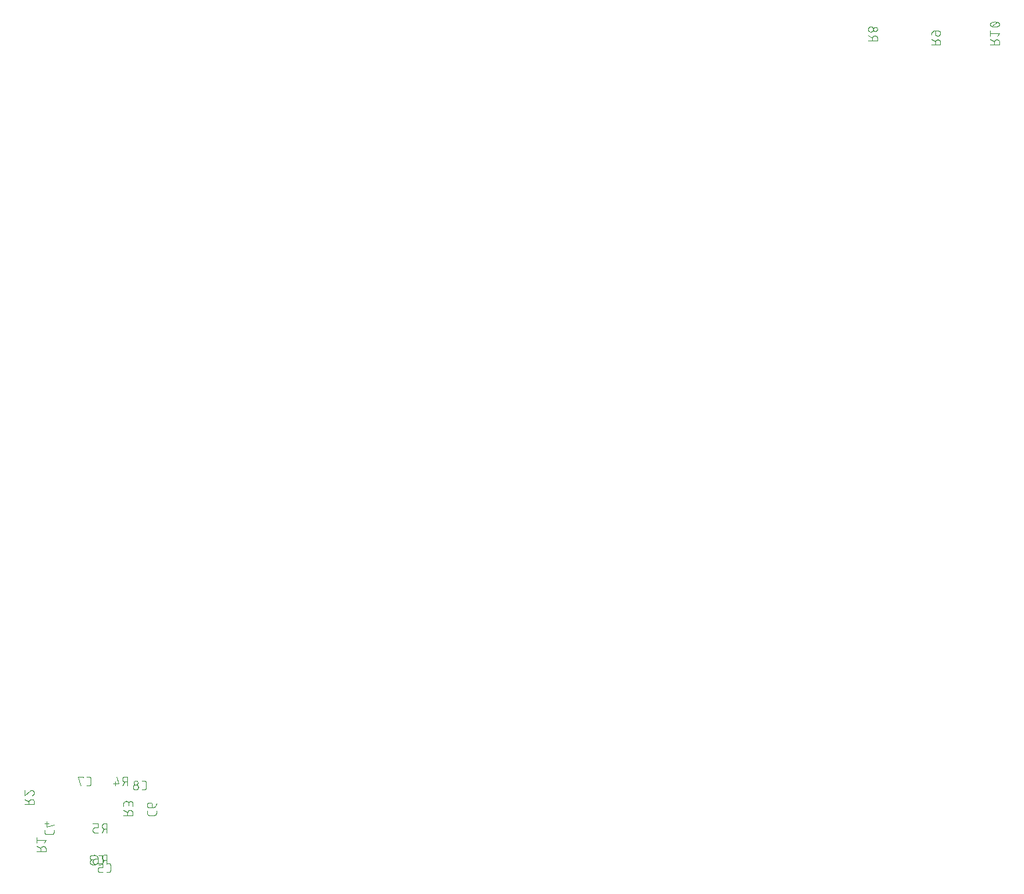
<source format=gbr>
G04 EAGLE Gerber RS-274X export*
G75*
%MOMM*%
%FSLAX34Y34*%
%LPD*%
%INSilkscreen Bottom*%
%IPPOS*%
%AMOC8*
5,1,8,0,0,1.08239X$1,22.5*%
G01*
%ADD10C,0.101600*%


D10*
X265014Y296458D02*
X267611Y296458D01*
X267710Y296460D01*
X267810Y296466D01*
X267909Y296475D01*
X268007Y296488D01*
X268105Y296505D01*
X268203Y296526D01*
X268299Y296551D01*
X268394Y296579D01*
X268488Y296611D01*
X268581Y296646D01*
X268673Y296685D01*
X268763Y296728D01*
X268851Y296773D01*
X268938Y296823D01*
X269022Y296875D01*
X269105Y296931D01*
X269185Y296989D01*
X269263Y297051D01*
X269338Y297116D01*
X269411Y297184D01*
X269481Y297254D01*
X269549Y297327D01*
X269614Y297402D01*
X269676Y297480D01*
X269734Y297560D01*
X269790Y297643D01*
X269842Y297727D01*
X269892Y297814D01*
X269937Y297902D01*
X269980Y297992D01*
X270019Y298084D01*
X270054Y298177D01*
X270086Y298271D01*
X270114Y298366D01*
X270139Y298462D01*
X270160Y298560D01*
X270177Y298658D01*
X270190Y298756D01*
X270199Y298855D01*
X270205Y298955D01*
X270207Y299054D01*
X270207Y305546D01*
X270205Y305645D01*
X270199Y305745D01*
X270190Y305844D01*
X270177Y305942D01*
X270160Y306040D01*
X270139Y306138D01*
X270114Y306234D01*
X270086Y306329D01*
X270054Y306423D01*
X270019Y306516D01*
X269980Y306608D01*
X269937Y306698D01*
X269892Y306786D01*
X269842Y306873D01*
X269790Y306957D01*
X269734Y307040D01*
X269676Y307120D01*
X269614Y307198D01*
X269549Y307273D01*
X269481Y307346D01*
X269411Y307416D01*
X269338Y307484D01*
X269263Y307549D01*
X269185Y307611D01*
X269105Y307669D01*
X269022Y307725D01*
X268938Y307777D01*
X268851Y307827D01*
X268763Y307872D01*
X268673Y307915D01*
X268581Y307954D01*
X268488Y307989D01*
X268394Y308021D01*
X268299Y308049D01*
X268203Y308074D01*
X268105Y308095D01*
X268007Y308112D01*
X267909Y308125D01*
X267810Y308134D01*
X267710Y308140D01*
X267611Y308142D01*
X265014Y308142D01*
X260649Y296458D02*
X257404Y296458D01*
X257291Y296460D01*
X257178Y296466D01*
X257065Y296476D01*
X256952Y296490D01*
X256840Y296507D01*
X256729Y296529D01*
X256619Y296554D01*
X256509Y296584D01*
X256401Y296617D01*
X256294Y296654D01*
X256188Y296694D01*
X256084Y296739D01*
X255981Y296787D01*
X255880Y296838D01*
X255781Y296893D01*
X255684Y296951D01*
X255589Y297013D01*
X255496Y297078D01*
X255406Y297146D01*
X255318Y297217D01*
X255232Y297292D01*
X255149Y297369D01*
X255069Y297449D01*
X254992Y297532D01*
X254917Y297618D01*
X254846Y297706D01*
X254778Y297796D01*
X254713Y297889D01*
X254651Y297984D01*
X254593Y298081D01*
X254538Y298180D01*
X254487Y298281D01*
X254439Y298384D01*
X254394Y298488D01*
X254354Y298594D01*
X254317Y298701D01*
X254284Y298809D01*
X254254Y298919D01*
X254229Y299029D01*
X254207Y299140D01*
X254190Y299252D01*
X254176Y299365D01*
X254166Y299478D01*
X254160Y299591D01*
X254158Y299704D01*
X254160Y299817D01*
X254166Y299930D01*
X254176Y300043D01*
X254190Y300156D01*
X254207Y300268D01*
X254229Y300379D01*
X254254Y300489D01*
X254284Y300599D01*
X254317Y300707D01*
X254354Y300814D01*
X254394Y300920D01*
X254439Y301024D01*
X254487Y301127D01*
X254538Y301228D01*
X254593Y301327D01*
X254651Y301424D01*
X254713Y301519D01*
X254778Y301612D01*
X254846Y301702D01*
X254917Y301790D01*
X254992Y301876D01*
X255069Y301959D01*
X255149Y302039D01*
X255232Y302116D01*
X255318Y302191D01*
X255406Y302262D01*
X255496Y302330D01*
X255589Y302395D01*
X255684Y302457D01*
X255781Y302515D01*
X255880Y302570D01*
X255981Y302621D01*
X256084Y302669D01*
X256188Y302714D01*
X256294Y302754D01*
X256401Y302791D01*
X256509Y302824D01*
X256619Y302854D01*
X256729Y302879D01*
X256840Y302901D01*
X256952Y302918D01*
X257065Y302932D01*
X257178Y302942D01*
X257291Y302948D01*
X257404Y302950D01*
X256754Y308142D02*
X260649Y308142D01*
X256754Y308142D02*
X256653Y308140D01*
X256553Y308134D01*
X256453Y308124D01*
X256353Y308111D01*
X256254Y308093D01*
X256155Y308072D01*
X256058Y308047D01*
X255961Y308018D01*
X255866Y307985D01*
X255772Y307949D01*
X255680Y307909D01*
X255589Y307866D01*
X255500Y307819D01*
X255413Y307769D01*
X255327Y307715D01*
X255244Y307658D01*
X255164Y307598D01*
X255085Y307535D01*
X255009Y307468D01*
X254936Y307399D01*
X254866Y307327D01*
X254798Y307253D01*
X254733Y307176D01*
X254672Y307096D01*
X254613Y307014D01*
X254558Y306930D01*
X254506Y306844D01*
X254457Y306756D01*
X254412Y306666D01*
X254370Y306574D01*
X254332Y306481D01*
X254298Y306386D01*
X254267Y306291D01*
X254240Y306194D01*
X254217Y306096D01*
X254197Y305997D01*
X254182Y305897D01*
X254170Y305797D01*
X254162Y305697D01*
X254158Y305596D01*
X254158Y305496D01*
X254162Y305395D01*
X254170Y305295D01*
X254182Y305195D01*
X254197Y305095D01*
X254217Y304996D01*
X254240Y304898D01*
X254267Y304801D01*
X254298Y304706D01*
X254332Y304611D01*
X254370Y304518D01*
X254412Y304426D01*
X254457Y304336D01*
X254506Y304248D01*
X254558Y304162D01*
X254613Y304078D01*
X254672Y303996D01*
X254733Y303916D01*
X254798Y303839D01*
X254866Y303765D01*
X254936Y303693D01*
X255009Y303624D01*
X255085Y303557D01*
X255164Y303494D01*
X255244Y303434D01*
X255327Y303377D01*
X255413Y303323D01*
X255500Y303273D01*
X255589Y303226D01*
X255680Y303183D01*
X255772Y303143D01*
X255866Y303107D01*
X255961Y303074D01*
X256058Y303045D01*
X256155Y303020D01*
X256254Y302999D01*
X256353Y302981D01*
X256453Y302968D01*
X256553Y302958D01*
X256653Y302952D01*
X256754Y302950D01*
X256754Y302949D02*
X259351Y302949D01*
X196458Y337389D02*
X196458Y339986D01*
X196458Y337389D02*
X196460Y337290D01*
X196466Y337190D01*
X196475Y337091D01*
X196488Y336993D01*
X196505Y336895D01*
X196526Y336797D01*
X196551Y336701D01*
X196579Y336606D01*
X196611Y336512D01*
X196646Y336419D01*
X196685Y336327D01*
X196728Y336237D01*
X196773Y336149D01*
X196823Y336062D01*
X196875Y335978D01*
X196931Y335895D01*
X196989Y335815D01*
X197051Y335737D01*
X197116Y335662D01*
X197184Y335589D01*
X197254Y335519D01*
X197327Y335451D01*
X197402Y335386D01*
X197480Y335324D01*
X197560Y335266D01*
X197643Y335210D01*
X197727Y335158D01*
X197814Y335108D01*
X197902Y335063D01*
X197992Y335020D01*
X198084Y334981D01*
X198177Y334946D01*
X198271Y334914D01*
X198366Y334886D01*
X198462Y334861D01*
X198560Y334840D01*
X198658Y334823D01*
X198756Y334810D01*
X198855Y334801D01*
X198955Y334795D01*
X199054Y334793D01*
X205546Y334793D01*
X205645Y334795D01*
X205745Y334801D01*
X205844Y334810D01*
X205942Y334823D01*
X206040Y334840D01*
X206138Y334861D01*
X206234Y334886D01*
X206329Y334914D01*
X206423Y334946D01*
X206516Y334981D01*
X206608Y335020D01*
X206698Y335063D01*
X206786Y335108D01*
X206873Y335158D01*
X206957Y335210D01*
X207040Y335266D01*
X207120Y335324D01*
X207198Y335386D01*
X207273Y335451D01*
X207346Y335519D01*
X207416Y335589D01*
X207484Y335662D01*
X207549Y335737D01*
X207611Y335815D01*
X207669Y335895D01*
X207725Y335978D01*
X207777Y336062D01*
X207827Y336149D01*
X207872Y336237D01*
X207915Y336327D01*
X207954Y336419D01*
X207989Y336511D01*
X208021Y336606D01*
X208049Y336701D01*
X208074Y336797D01*
X208095Y336895D01*
X208112Y336993D01*
X208125Y337091D01*
X208134Y337190D01*
X208140Y337290D01*
X208142Y337389D01*
X208142Y339986D01*
X208142Y346947D02*
X199054Y344351D01*
X199054Y350842D01*
X201651Y348895D02*
X196458Y348895D01*
X275014Y286458D02*
X277611Y286458D01*
X277710Y286460D01*
X277810Y286466D01*
X277909Y286475D01*
X278007Y286488D01*
X278105Y286505D01*
X278203Y286526D01*
X278299Y286551D01*
X278394Y286579D01*
X278488Y286611D01*
X278581Y286646D01*
X278673Y286685D01*
X278763Y286728D01*
X278851Y286773D01*
X278938Y286823D01*
X279022Y286875D01*
X279105Y286931D01*
X279185Y286989D01*
X279263Y287051D01*
X279338Y287116D01*
X279411Y287184D01*
X279481Y287254D01*
X279549Y287327D01*
X279614Y287402D01*
X279676Y287480D01*
X279734Y287560D01*
X279790Y287643D01*
X279842Y287727D01*
X279892Y287814D01*
X279937Y287902D01*
X279980Y287992D01*
X280019Y288084D01*
X280054Y288177D01*
X280086Y288271D01*
X280114Y288366D01*
X280139Y288462D01*
X280160Y288560D01*
X280177Y288658D01*
X280190Y288756D01*
X280199Y288855D01*
X280205Y288955D01*
X280207Y289054D01*
X280207Y295546D01*
X280205Y295645D01*
X280199Y295745D01*
X280190Y295844D01*
X280177Y295942D01*
X280160Y296040D01*
X280139Y296138D01*
X280114Y296234D01*
X280086Y296329D01*
X280054Y296423D01*
X280019Y296516D01*
X279980Y296608D01*
X279937Y296698D01*
X279892Y296786D01*
X279842Y296873D01*
X279790Y296957D01*
X279734Y297040D01*
X279676Y297120D01*
X279614Y297198D01*
X279549Y297273D01*
X279481Y297346D01*
X279411Y297416D01*
X279338Y297484D01*
X279263Y297549D01*
X279185Y297611D01*
X279105Y297669D01*
X279022Y297725D01*
X278938Y297777D01*
X278851Y297827D01*
X278763Y297872D01*
X278673Y297915D01*
X278581Y297954D01*
X278488Y297989D01*
X278394Y298021D01*
X278299Y298049D01*
X278203Y298074D01*
X278105Y298095D01*
X278007Y298112D01*
X277909Y298125D01*
X277810Y298134D01*
X277710Y298140D01*
X277611Y298142D01*
X275014Y298142D01*
X270649Y286458D02*
X266754Y286458D01*
X266655Y286460D01*
X266555Y286466D01*
X266456Y286475D01*
X266358Y286488D01*
X266260Y286505D01*
X266162Y286526D01*
X266066Y286551D01*
X265971Y286579D01*
X265877Y286611D01*
X265784Y286646D01*
X265692Y286685D01*
X265602Y286728D01*
X265514Y286773D01*
X265427Y286823D01*
X265343Y286875D01*
X265260Y286931D01*
X265180Y286989D01*
X265102Y287051D01*
X265027Y287116D01*
X264954Y287184D01*
X264884Y287254D01*
X264816Y287327D01*
X264751Y287402D01*
X264689Y287480D01*
X264631Y287560D01*
X264575Y287643D01*
X264523Y287727D01*
X264473Y287814D01*
X264428Y287902D01*
X264385Y287992D01*
X264346Y288084D01*
X264311Y288177D01*
X264279Y288271D01*
X264251Y288366D01*
X264226Y288462D01*
X264205Y288560D01*
X264188Y288658D01*
X264175Y288756D01*
X264166Y288855D01*
X264160Y288955D01*
X264158Y289054D01*
X264158Y290353D01*
X264160Y290452D01*
X264166Y290552D01*
X264175Y290651D01*
X264188Y290749D01*
X264205Y290847D01*
X264226Y290945D01*
X264251Y291041D01*
X264279Y291136D01*
X264311Y291230D01*
X264346Y291323D01*
X264385Y291415D01*
X264428Y291505D01*
X264473Y291593D01*
X264523Y291680D01*
X264575Y291764D01*
X264631Y291847D01*
X264689Y291927D01*
X264751Y292005D01*
X264816Y292080D01*
X264884Y292153D01*
X264954Y292223D01*
X265027Y292291D01*
X265102Y292356D01*
X265180Y292418D01*
X265260Y292476D01*
X265343Y292532D01*
X265427Y292584D01*
X265514Y292634D01*
X265602Y292679D01*
X265692Y292722D01*
X265784Y292761D01*
X265877Y292796D01*
X265971Y292828D01*
X266066Y292856D01*
X266162Y292881D01*
X266260Y292902D01*
X266358Y292919D01*
X266456Y292932D01*
X266555Y292941D01*
X266655Y292947D01*
X266754Y292949D01*
X270649Y292949D01*
X270649Y298142D01*
X264158Y298142D01*
X326858Y361754D02*
X326858Y364351D01*
X326858Y361754D02*
X326860Y361655D01*
X326866Y361555D01*
X326875Y361456D01*
X326888Y361358D01*
X326905Y361260D01*
X326926Y361162D01*
X326951Y361066D01*
X326979Y360971D01*
X327011Y360877D01*
X327046Y360784D01*
X327085Y360692D01*
X327128Y360602D01*
X327173Y360514D01*
X327223Y360427D01*
X327275Y360343D01*
X327331Y360260D01*
X327389Y360180D01*
X327451Y360102D01*
X327516Y360027D01*
X327584Y359954D01*
X327654Y359884D01*
X327727Y359816D01*
X327802Y359751D01*
X327880Y359689D01*
X327960Y359631D01*
X328043Y359575D01*
X328127Y359523D01*
X328214Y359473D01*
X328302Y359428D01*
X328392Y359385D01*
X328484Y359346D01*
X328577Y359311D01*
X328671Y359279D01*
X328766Y359251D01*
X328862Y359226D01*
X328960Y359205D01*
X329058Y359188D01*
X329156Y359175D01*
X329255Y359166D01*
X329355Y359160D01*
X329454Y359158D01*
X335946Y359158D01*
X336045Y359160D01*
X336145Y359166D01*
X336244Y359175D01*
X336342Y359188D01*
X336440Y359205D01*
X336538Y359226D01*
X336634Y359251D01*
X336729Y359279D01*
X336823Y359311D01*
X336916Y359346D01*
X337008Y359385D01*
X337098Y359428D01*
X337186Y359473D01*
X337273Y359523D01*
X337357Y359575D01*
X337440Y359631D01*
X337520Y359689D01*
X337598Y359751D01*
X337673Y359816D01*
X337746Y359884D01*
X337816Y359954D01*
X337884Y360027D01*
X337949Y360102D01*
X338011Y360180D01*
X338069Y360260D01*
X338125Y360343D01*
X338177Y360427D01*
X338227Y360514D01*
X338272Y360602D01*
X338315Y360692D01*
X338354Y360784D01*
X338389Y360876D01*
X338421Y360971D01*
X338449Y361066D01*
X338474Y361162D01*
X338495Y361260D01*
X338512Y361358D01*
X338525Y361456D01*
X338534Y361555D01*
X338540Y361655D01*
X338542Y361754D01*
X338542Y364351D01*
X333349Y368716D02*
X333349Y372611D01*
X333347Y372710D01*
X333341Y372810D01*
X333332Y372909D01*
X333319Y373007D01*
X333302Y373105D01*
X333281Y373203D01*
X333256Y373299D01*
X333228Y373394D01*
X333196Y373488D01*
X333161Y373581D01*
X333122Y373673D01*
X333079Y373763D01*
X333034Y373851D01*
X332984Y373938D01*
X332932Y374022D01*
X332876Y374105D01*
X332818Y374185D01*
X332756Y374263D01*
X332691Y374338D01*
X332623Y374411D01*
X332553Y374481D01*
X332480Y374549D01*
X332405Y374614D01*
X332327Y374676D01*
X332247Y374734D01*
X332164Y374790D01*
X332080Y374842D01*
X331993Y374892D01*
X331905Y374937D01*
X331815Y374980D01*
X331723Y375019D01*
X331630Y375054D01*
X331536Y375086D01*
X331441Y375114D01*
X331345Y375139D01*
X331247Y375160D01*
X331149Y375177D01*
X331051Y375190D01*
X330952Y375199D01*
X330852Y375205D01*
X330753Y375207D01*
X330104Y375207D01*
X330104Y375208D02*
X329991Y375206D01*
X329878Y375200D01*
X329765Y375190D01*
X329652Y375176D01*
X329540Y375159D01*
X329429Y375137D01*
X329319Y375112D01*
X329209Y375082D01*
X329101Y375049D01*
X328994Y375012D01*
X328888Y374972D01*
X328784Y374927D01*
X328681Y374879D01*
X328580Y374828D01*
X328481Y374773D01*
X328384Y374715D01*
X328289Y374653D01*
X328196Y374588D01*
X328106Y374520D01*
X328018Y374449D01*
X327932Y374374D01*
X327849Y374297D01*
X327769Y374217D01*
X327692Y374134D01*
X327617Y374048D01*
X327546Y373960D01*
X327478Y373870D01*
X327413Y373777D01*
X327351Y373682D01*
X327293Y373585D01*
X327238Y373486D01*
X327187Y373385D01*
X327139Y373282D01*
X327094Y373178D01*
X327054Y373072D01*
X327017Y372965D01*
X326984Y372857D01*
X326954Y372747D01*
X326929Y372637D01*
X326907Y372526D01*
X326890Y372414D01*
X326876Y372301D01*
X326866Y372188D01*
X326860Y372075D01*
X326858Y371962D01*
X326860Y371849D01*
X326866Y371736D01*
X326876Y371623D01*
X326890Y371510D01*
X326907Y371398D01*
X326929Y371287D01*
X326954Y371177D01*
X326984Y371067D01*
X327017Y370959D01*
X327054Y370852D01*
X327094Y370746D01*
X327139Y370642D01*
X327187Y370539D01*
X327238Y370438D01*
X327293Y370339D01*
X327351Y370242D01*
X327413Y370147D01*
X327478Y370054D01*
X327546Y369964D01*
X327617Y369876D01*
X327692Y369790D01*
X327769Y369707D01*
X327849Y369627D01*
X327932Y369550D01*
X328018Y369475D01*
X328106Y369404D01*
X328196Y369336D01*
X328289Y369271D01*
X328384Y369209D01*
X328481Y369151D01*
X328580Y369096D01*
X328681Y369045D01*
X328784Y368997D01*
X328888Y368952D01*
X328994Y368912D01*
X329101Y368875D01*
X329209Y368842D01*
X329319Y368812D01*
X329429Y368787D01*
X329540Y368765D01*
X329652Y368748D01*
X329765Y368734D01*
X329878Y368724D01*
X329991Y368718D01*
X330104Y368716D01*
X333349Y368716D01*
X333492Y368718D01*
X333635Y368724D01*
X333778Y368734D01*
X333920Y368748D01*
X334062Y368765D01*
X334204Y368787D01*
X334345Y368812D01*
X334485Y368842D01*
X334624Y368875D01*
X334762Y368912D01*
X334899Y368953D01*
X335035Y368997D01*
X335170Y369046D01*
X335303Y369098D01*
X335435Y369153D01*
X335565Y369213D01*
X335694Y369276D01*
X335821Y369342D01*
X335945Y369412D01*
X336068Y369485D01*
X336189Y369562D01*
X336308Y369642D01*
X336424Y369725D01*
X336539Y369811D01*
X336650Y369900D01*
X336760Y369993D01*
X336866Y370088D01*
X336970Y370187D01*
X337071Y370288D01*
X337170Y370392D01*
X337265Y370498D01*
X337358Y370608D01*
X337447Y370719D01*
X337533Y370834D01*
X337616Y370950D01*
X337696Y371069D01*
X337773Y371190D01*
X337846Y371312D01*
X337916Y371437D01*
X337982Y371564D01*
X338045Y371693D01*
X338105Y371823D01*
X338160Y371955D01*
X338212Y372088D01*
X338261Y372223D01*
X338305Y372359D01*
X338346Y372496D01*
X338383Y372634D01*
X338416Y372773D01*
X338446Y372913D01*
X338471Y373054D01*
X338493Y373196D01*
X338510Y373338D01*
X338524Y373480D01*
X338534Y373623D01*
X338540Y373766D01*
X338542Y373909D01*
X252611Y396458D02*
X250014Y396458D01*
X252611Y396458D02*
X252710Y396460D01*
X252810Y396466D01*
X252909Y396475D01*
X253007Y396488D01*
X253105Y396505D01*
X253203Y396526D01*
X253299Y396551D01*
X253394Y396579D01*
X253488Y396611D01*
X253581Y396646D01*
X253673Y396685D01*
X253763Y396728D01*
X253851Y396773D01*
X253938Y396823D01*
X254022Y396875D01*
X254105Y396931D01*
X254185Y396989D01*
X254263Y397051D01*
X254338Y397116D01*
X254411Y397184D01*
X254481Y397254D01*
X254549Y397327D01*
X254614Y397402D01*
X254676Y397480D01*
X254734Y397560D01*
X254790Y397643D01*
X254842Y397727D01*
X254892Y397814D01*
X254937Y397902D01*
X254980Y397992D01*
X255019Y398084D01*
X255054Y398177D01*
X255086Y398271D01*
X255114Y398366D01*
X255139Y398462D01*
X255160Y398560D01*
X255177Y398658D01*
X255190Y398756D01*
X255199Y398855D01*
X255205Y398955D01*
X255207Y399054D01*
X255207Y405546D01*
X255205Y405645D01*
X255199Y405745D01*
X255190Y405844D01*
X255177Y405942D01*
X255160Y406040D01*
X255139Y406138D01*
X255114Y406234D01*
X255086Y406329D01*
X255054Y406423D01*
X255019Y406516D01*
X254980Y406608D01*
X254937Y406698D01*
X254892Y406786D01*
X254842Y406873D01*
X254790Y406957D01*
X254734Y407040D01*
X254676Y407120D01*
X254614Y407198D01*
X254549Y407273D01*
X254481Y407346D01*
X254411Y407416D01*
X254338Y407484D01*
X254263Y407549D01*
X254185Y407611D01*
X254105Y407669D01*
X254022Y407725D01*
X253938Y407777D01*
X253851Y407827D01*
X253763Y407872D01*
X253673Y407915D01*
X253581Y407954D01*
X253488Y407989D01*
X253394Y408021D01*
X253299Y408049D01*
X253203Y408074D01*
X253105Y408095D01*
X253007Y408112D01*
X252909Y408125D01*
X252810Y408134D01*
X252710Y408140D01*
X252611Y408142D01*
X250014Y408142D01*
X245649Y408142D02*
X245649Y406844D01*
X245649Y408142D02*
X239158Y408142D01*
X242404Y396458D01*
X320014Y391458D02*
X322611Y391458D01*
X322710Y391460D01*
X322810Y391466D01*
X322909Y391475D01*
X323007Y391488D01*
X323105Y391505D01*
X323203Y391526D01*
X323299Y391551D01*
X323394Y391579D01*
X323488Y391611D01*
X323581Y391646D01*
X323673Y391685D01*
X323763Y391728D01*
X323851Y391773D01*
X323938Y391823D01*
X324022Y391875D01*
X324105Y391931D01*
X324185Y391989D01*
X324263Y392051D01*
X324338Y392116D01*
X324411Y392184D01*
X324481Y392254D01*
X324549Y392327D01*
X324614Y392402D01*
X324676Y392480D01*
X324734Y392560D01*
X324790Y392643D01*
X324842Y392727D01*
X324892Y392814D01*
X324937Y392902D01*
X324980Y392992D01*
X325019Y393084D01*
X325054Y393177D01*
X325086Y393271D01*
X325114Y393366D01*
X325139Y393462D01*
X325160Y393560D01*
X325177Y393658D01*
X325190Y393756D01*
X325199Y393855D01*
X325205Y393955D01*
X325207Y394054D01*
X325207Y400546D01*
X325205Y400645D01*
X325199Y400745D01*
X325190Y400844D01*
X325177Y400942D01*
X325160Y401040D01*
X325139Y401138D01*
X325114Y401234D01*
X325086Y401329D01*
X325054Y401423D01*
X325019Y401516D01*
X324980Y401608D01*
X324937Y401698D01*
X324892Y401786D01*
X324842Y401873D01*
X324790Y401957D01*
X324734Y402040D01*
X324676Y402120D01*
X324614Y402198D01*
X324549Y402273D01*
X324481Y402346D01*
X324411Y402416D01*
X324338Y402484D01*
X324263Y402549D01*
X324185Y402611D01*
X324105Y402669D01*
X324022Y402725D01*
X323938Y402777D01*
X323851Y402827D01*
X323763Y402872D01*
X323673Y402915D01*
X323581Y402954D01*
X323488Y402989D01*
X323394Y403021D01*
X323299Y403049D01*
X323203Y403074D01*
X323105Y403095D01*
X323007Y403112D01*
X322909Y403125D01*
X322810Y403134D01*
X322710Y403140D01*
X322611Y403142D01*
X320014Y403142D01*
X315650Y394704D02*
X315648Y394817D01*
X315642Y394930D01*
X315632Y395043D01*
X315618Y395156D01*
X315601Y395268D01*
X315579Y395379D01*
X315554Y395489D01*
X315524Y395599D01*
X315491Y395707D01*
X315454Y395814D01*
X315414Y395920D01*
X315369Y396024D01*
X315321Y396127D01*
X315270Y396228D01*
X315215Y396327D01*
X315157Y396424D01*
X315095Y396519D01*
X315030Y396612D01*
X314962Y396702D01*
X314891Y396790D01*
X314816Y396876D01*
X314739Y396959D01*
X314659Y397039D01*
X314576Y397116D01*
X314490Y397191D01*
X314402Y397262D01*
X314312Y397330D01*
X314219Y397395D01*
X314124Y397457D01*
X314027Y397515D01*
X313928Y397570D01*
X313827Y397621D01*
X313724Y397669D01*
X313620Y397714D01*
X313514Y397754D01*
X313407Y397791D01*
X313299Y397824D01*
X313189Y397854D01*
X313079Y397879D01*
X312968Y397901D01*
X312856Y397918D01*
X312743Y397932D01*
X312630Y397942D01*
X312517Y397948D01*
X312404Y397950D01*
X312291Y397948D01*
X312178Y397942D01*
X312065Y397932D01*
X311952Y397918D01*
X311840Y397901D01*
X311729Y397879D01*
X311619Y397854D01*
X311509Y397824D01*
X311401Y397791D01*
X311294Y397754D01*
X311188Y397714D01*
X311084Y397669D01*
X310981Y397621D01*
X310880Y397570D01*
X310781Y397515D01*
X310684Y397457D01*
X310589Y397395D01*
X310496Y397330D01*
X310406Y397262D01*
X310318Y397191D01*
X310232Y397116D01*
X310149Y397039D01*
X310069Y396959D01*
X309992Y396876D01*
X309917Y396790D01*
X309846Y396702D01*
X309778Y396612D01*
X309713Y396519D01*
X309651Y396424D01*
X309593Y396327D01*
X309538Y396228D01*
X309487Y396127D01*
X309439Y396024D01*
X309394Y395920D01*
X309354Y395814D01*
X309317Y395707D01*
X309284Y395599D01*
X309254Y395489D01*
X309229Y395379D01*
X309207Y395268D01*
X309190Y395156D01*
X309176Y395043D01*
X309166Y394930D01*
X309160Y394817D01*
X309158Y394704D01*
X309160Y394591D01*
X309166Y394478D01*
X309176Y394365D01*
X309190Y394252D01*
X309207Y394140D01*
X309229Y394029D01*
X309254Y393919D01*
X309284Y393809D01*
X309317Y393701D01*
X309354Y393594D01*
X309394Y393488D01*
X309439Y393384D01*
X309487Y393281D01*
X309538Y393180D01*
X309593Y393081D01*
X309651Y392984D01*
X309713Y392889D01*
X309778Y392796D01*
X309846Y392706D01*
X309917Y392618D01*
X309992Y392532D01*
X310069Y392449D01*
X310149Y392369D01*
X310232Y392292D01*
X310318Y392217D01*
X310406Y392146D01*
X310496Y392078D01*
X310589Y392013D01*
X310684Y391951D01*
X310781Y391893D01*
X310880Y391838D01*
X310981Y391787D01*
X311084Y391739D01*
X311188Y391694D01*
X311294Y391654D01*
X311401Y391617D01*
X311509Y391584D01*
X311619Y391554D01*
X311729Y391529D01*
X311840Y391507D01*
X311952Y391490D01*
X312065Y391476D01*
X312178Y391466D01*
X312291Y391460D01*
X312404Y391458D01*
X312517Y391460D01*
X312630Y391466D01*
X312743Y391476D01*
X312856Y391490D01*
X312968Y391507D01*
X313079Y391529D01*
X313189Y391554D01*
X313299Y391584D01*
X313407Y391617D01*
X313514Y391654D01*
X313620Y391694D01*
X313724Y391739D01*
X313827Y391787D01*
X313928Y391838D01*
X314027Y391893D01*
X314124Y391951D01*
X314219Y392013D01*
X314312Y392078D01*
X314402Y392146D01*
X314490Y392217D01*
X314576Y392292D01*
X314659Y392369D01*
X314739Y392449D01*
X314816Y392532D01*
X314891Y392618D01*
X314962Y392706D01*
X315030Y392796D01*
X315095Y392889D01*
X315157Y392984D01*
X315215Y393081D01*
X315270Y393180D01*
X315321Y393281D01*
X315369Y393384D01*
X315414Y393488D01*
X315454Y393594D01*
X315491Y393701D01*
X315524Y393809D01*
X315554Y393919D01*
X315579Y394029D01*
X315601Y394140D01*
X315618Y394252D01*
X315632Y394365D01*
X315642Y394478D01*
X315648Y394591D01*
X315650Y394704D01*
X315000Y400546D02*
X314998Y400647D01*
X314992Y400747D01*
X314982Y400847D01*
X314969Y400947D01*
X314951Y401046D01*
X314930Y401145D01*
X314905Y401242D01*
X314876Y401339D01*
X314843Y401434D01*
X314807Y401528D01*
X314767Y401620D01*
X314724Y401711D01*
X314677Y401800D01*
X314627Y401887D01*
X314573Y401973D01*
X314516Y402056D01*
X314456Y402136D01*
X314393Y402215D01*
X314326Y402291D01*
X314257Y402364D01*
X314185Y402434D01*
X314111Y402502D01*
X314034Y402567D01*
X313954Y402628D01*
X313872Y402687D01*
X313788Y402742D01*
X313702Y402794D01*
X313614Y402843D01*
X313524Y402888D01*
X313432Y402930D01*
X313339Y402968D01*
X313244Y403002D01*
X313149Y403033D01*
X313052Y403060D01*
X312954Y403083D01*
X312855Y403103D01*
X312755Y403118D01*
X312655Y403130D01*
X312555Y403138D01*
X312454Y403142D01*
X312354Y403142D01*
X312253Y403138D01*
X312153Y403130D01*
X312053Y403118D01*
X311953Y403103D01*
X311854Y403083D01*
X311756Y403060D01*
X311659Y403033D01*
X311564Y403002D01*
X311469Y402968D01*
X311376Y402930D01*
X311284Y402888D01*
X311194Y402843D01*
X311106Y402794D01*
X311020Y402742D01*
X310936Y402687D01*
X310854Y402628D01*
X310774Y402567D01*
X310697Y402502D01*
X310623Y402434D01*
X310551Y402364D01*
X310482Y402291D01*
X310415Y402215D01*
X310352Y402136D01*
X310292Y402056D01*
X310235Y401973D01*
X310181Y401887D01*
X310131Y401800D01*
X310084Y401711D01*
X310041Y401620D01*
X310001Y401528D01*
X309965Y401434D01*
X309932Y401339D01*
X309903Y401242D01*
X309878Y401145D01*
X309857Y401046D01*
X309839Y400947D01*
X309826Y400847D01*
X309816Y400747D01*
X309810Y400647D01*
X309808Y400546D01*
X309810Y400445D01*
X309816Y400345D01*
X309826Y400245D01*
X309839Y400145D01*
X309857Y400046D01*
X309878Y399947D01*
X309903Y399850D01*
X309932Y399753D01*
X309965Y399658D01*
X310001Y399564D01*
X310041Y399472D01*
X310084Y399381D01*
X310131Y399292D01*
X310181Y399205D01*
X310235Y399119D01*
X310292Y399036D01*
X310352Y398956D01*
X310415Y398877D01*
X310482Y398801D01*
X310551Y398728D01*
X310623Y398658D01*
X310697Y398590D01*
X310774Y398525D01*
X310854Y398464D01*
X310936Y398405D01*
X311020Y398350D01*
X311106Y398298D01*
X311194Y398249D01*
X311284Y398204D01*
X311376Y398162D01*
X311469Y398124D01*
X311564Y398090D01*
X311659Y398059D01*
X311756Y398032D01*
X311854Y398009D01*
X311953Y397989D01*
X312053Y397974D01*
X312153Y397962D01*
X312253Y397954D01*
X312354Y397950D01*
X312454Y397950D01*
X312555Y397954D01*
X312655Y397962D01*
X312755Y397974D01*
X312855Y397989D01*
X312954Y398009D01*
X313052Y398032D01*
X313149Y398059D01*
X313244Y398090D01*
X313339Y398124D01*
X313432Y398162D01*
X313524Y398204D01*
X313614Y398249D01*
X313702Y398298D01*
X313788Y398350D01*
X313872Y398405D01*
X313954Y398464D01*
X314034Y398525D01*
X314111Y398590D01*
X314185Y398658D01*
X314257Y398728D01*
X314326Y398801D01*
X314393Y398877D01*
X314456Y398956D01*
X314516Y399036D01*
X314573Y399119D01*
X314627Y399205D01*
X314677Y399292D01*
X314724Y399381D01*
X314767Y399472D01*
X314807Y399564D01*
X314843Y399658D01*
X314876Y399753D01*
X314905Y399850D01*
X314930Y399947D01*
X314951Y400046D01*
X314969Y400145D01*
X314982Y400245D01*
X314992Y400345D01*
X314998Y400445D01*
X315000Y400546D01*
X198142Y312995D02*
X186458Y312995D01*
X198142Y312995D02*
X198142Y316240D01*
X198140Y316353D01*
X198134Y316466D01*
X198124Y316579D01*
X198110Y316692D01*
X198093Y316804D01*
X198071Y316915D01*
X198046Y317025D01*
X198016Y317135D01*
X197983Y317243D01*
X197946Y317350D01*
X197906Y317456D01*
X197861Y317560D01*
X197813Y317663D01*
X197762Y317764D01*
X197707Y317863D01*
X197649Y317960D01*
X197587Y318055D01*
X197522Y318148D01*
X197454Y318238D01*
X197383Y318326D01*
X197308Y318412D01*
X197231Y318495D01*
X197151Y318575D01*
X197068Y318652D01*
X196982Y318727D01*
X196894Y318798D01*
X196804Y318866D01*
X196711Y318931D01*
X196616Y318993D01*
X196519Y319051D01*
X196420Y319106D01*
X196319Y319157D01*
X196216Y319205D01*
X196112Y319250D01*
X196006Y319290D01*
X195899Y319327D01*
X195791Y319360D01*
X195681Y319390D01*
X195571Y319415D01*
X195460Y319437D01*
X195348Y319454D01*
X195235Y319468D01*
X195122Y319478D01*
X195009Y319484D01*
X194896Y319486D01*
X194783Y319484D01*
X194670Y319478D01*
X194557Y319468D01*
X194444Y319454D01*
X194332Y319437D01*
X194221Y319415D01*
X194111Y319390D01*
X194001Y319360D01*
X193893Y319327D01*
X193786Y319290D01*
X193680Y319250D01*
X193576Y319205D01*
X193473Y319157D01*
X193372Y319106D01*
X193273Y319051D01*
X193176Y318993D01*
X193081Y318931D01*
X192988Y318866D01*
X192898Y318798D01*
X192810Y318727D01*
X192724Y318652D01*
X192641Y318575D01*
X192561Y318495D01*
X192484Y318412D01*
X192409Y318326D01*
X192338Y318238D01*
X192270Y318148D01*
X192205Y318055D01*
X192143Y317960D01*
X192085Y317863D01*
X192030Y317764D01*
X191979Y317663D01*
X191931Y317560D01*
X191886Y317456D01*
X191846Y317350D01*
X191809Y317243D01*
X191776Y317135D01*
X191746Y317025D01*
X191721Y316915D01*
X191699Y316804D01*
X191682Y316692D01*
X191668Y316579D01*
X191658Y316466D01*
X191652Y316353D01*
X191650Y316240D01*
X191651Y316240D02*
X191651Y312995D01*
X191651Y316889D02*
X186458Y319486D01*
X195546Y324351D02*
X198142Y327596D01*
X186458Y327596D01*
X186458Y324351D02*
X186458Y330842D01*
X1398208Y1339158D02*
X1409892Y1339158D01*
X1409892Y1342404D01*
X1409890Y1342517D01*
X1409884Y1342630D01*
X1409874Y1342743D01*
X1409860Y1342856D01*
X1409843Y1342968D01*
X1409821Y1343079D01*
X1409796Y1343189D01*
X1409766Y1343299D01*
X1409733Y1343407D01*
X1409696Y1343514D01*
X1409656Y1343620D01*
X1409611Y1343724D01*
X1409563Y1343827D01*
X1409512Y1343928D01*
X1409457Y1344027D01*
X1409399Y1344124D01*
X1409337Y1344219D01*
X1409272Y1344312D01*
X1409204Y1344402D01*
X1409133Y1344490D01*
X1409058Y1344576D01*
X1408981Y1344659D01*
X1408901Y1344739D01*
X1408818Y1344816D01*
X1408732Y1344891D01*
X1408644Y1344962D01*
X1408554Y1345030D01*
X1408461Y1345095D01*
X1408366Y1345157D01*
X1408269Y1345215D01*
X1408170Y1345270D01*
X1408069Y1345321D01*
X1407966Y1345369D01*
X1407862Y1345414D01*
X1407756Y1345454D01*
X1407649Y1345491D01*
X1407541Y1345524D01*
X1407431Y1345554D01*
X1407321Y1345579D01*
X1407210Y1345601D01*
X1407098Y1345618D01*
X1406985Y1345632D01*
X1406872Y1345642D01*
X1406759Y1345648D01*
X1406646Y1345650D01*
X1406533Y1345648D01*
X1406420Y1345642D01*
X1406307Y1345632D01*
X1406194Y1345618D01*
X1406082Y1345601D01*
X1405971Y1345579D01*
X1405861Y1345554D01*
X1405751Y1345524D01*
X1405643Y1345491D01*
X1405536Y1345454D01*
X1405430Y1345414D01*
X1405326Y1345369D01*
X1405223Y1345321D01*
X1405122Y1345270D01*
X1405023Y1345215D01*
X1404926Y1345157D01*
X1404831Y1345095D01*
X1404738Y1345030D01*
X1404648Y1344962D01*
X1404560Y1344891D01*
X1404474Y1344816D01*
X1404391Y1344739D01*
X1404311Y1344659D01*
X1404234Y1344576D01*
X1404159Y1344490D01*
X1404088Y1344402D01*
X1404020Y1344312D01*
X1403955Y1344219D01*
X1403893Y1344124D01*
X1403835Y1344027D01*
X1403780Y1343928D01*
X1403729Y1343827D01*
X1403681Y1343724D01*
X1403636Y1343620D01*
X1403596Y1343514D01*
X1403559Y1343407D01*
X1403526Y1343299D01*
X1403496Y1343189D01*
X1403471Y1343079D01*
X1403449Y1342968D01*
X1403432Y1342856D01*
X1403418Y1342743D01*
X1403408Y1342630D01*
X1403402Y1342517D01*
X1403400Y1342404D01*
X1403401Y1342404D02*
X1403401Y1339158D01*
X1403401Y1343053D02*
X1398208Y1345649D01*
X1407296Y1350514D02*
X1409892Y1353760D01*
X1398208Y1353760D01*
X1398208Y1357005D02*
X1398208Y1350514D01*
X1404050Y1361945D02*
X1404280Y1361948D01*
X1404510Y1361956D01*
X1404739Y1361970D01*
X1404968Y1361989D01*
X1405197Y1362014D01*
X1405424Y1362044D01*
X1405652Y1362079D01*
X1405878Y1362120D01*
X1406103Y1362166D01*
X1406327Y1362218D01*
X1406549Y1362275D01*
X1406771Y1362337D01*
X1406990Y1362405D01*
X1407208Y1362478D01*
X1407425Y1362556D01*
X1407639Y1362639D01*
X1407851Y1362727D01*
X1408061Y1362820D01*
X1408269Y1362919D01*
X1408269Y1362918D02*
X1408359Y1362951D01*
X1408448Y1362987D01*
X1408536Y1363027D01*
X1408621Y1363071D01*
X1408705Y1363118D01*
X1408787Y1363168D01*
X1408867Y1363222D01*
X1408944Y1363278D01*
X1409020Y1363338D01*
X1409093Y1363401D01*
X1409163Y1363466D01*
X1409231Y1363535D01*
X1409295Y1363606D01*
X1409357Y1363679D01*
X1409416Y1363755D01*
X1409472Y1363833D01*
X1409525Y1363914D01*
X1409574Y1363996D01*
X1409620Y1364080D01*
X1409663Y1364167D01*
X1409702Y1364254D01*
X1409738Y1364344D01*
X1409770Y1364434D01*
X1409798Y1364526D01*
X1409823Y1364619D01*
X1409844Y1364713D01*
X1409861Y1364807D01*
X1409875Y1364902D01*
X1409884Y1364998D01*
X1409890Y1365094D01*
X1409892Y1365190D01*
X1409890Y1365286D01*
X1409884Y1365382D01*
X1409875Y1365478D01*
X1409861Y1365573D01*
X1409844Y1365667D01*
X1409823Y1365761D01*
X1409798Y1365854D01*
X1409770Y1365946D01*
X1409738Y1366036D01*
X1409702Y1366126D01*
X1409663Y1366213D01*
X1409620Y1366300D01*
X1409574Y1366384D01*
X1409525Y1366466D01*
X1409472Y1366547D01*
X1409416Y1366625D01*
X1409357Y1366701D01*
X1409295Y1366774D01*
X1409231Y1366845D01*
X1409163Y1366914D01*
X1409093Y1366979D01*
X1409020Y1367042D01*
X1408944Y1367102D01*
X1408867Y1367158D01*
X1408787Y1367212D01*
X1408705Y1367262D01*
X1408621Y1367309D01*
X1408536Y1367353D01*
X1408448Y1367393D01*
X1408359Y1367429D01*
X1408269Y1367462D01*
X1408062Y1367561D01*
X1407852Y1367654D01*
X1407639Y1367742D01*
X1407425Y1367825D01*
X1407209Y1367903D01*
X1406991Y1367976D01*
X1406771Y1368044D01*
X1406550Y1368106D01*
X1406327Y1368163D01*
X1406103Y1368215D01*
X1405878Y1368261D01*
X1405652Y1368302D01*
X1405425Y1368337D01*
X1405197Y1368367D01*
X1404968Y1368392D01*
X1404739Y1368411D01*
X1404510Y1368425D01*
X1404280Y1368433D01*
X1404050Y1368436D01*
X1404050Y1361944D02*
X1403820Y1361947D01*
X1403590Y1361955D01*
X1403361Y1361969D01*
X1403132Y1361988D01*
X1402903Y1362013D01*
X1402675Y1362043D01*
X1402448Y1362078D01*
X1402222Y1362119D01*
X1401997Y1362165D01*
X1401773Y1362217D01*
X1401550Y1362274D01*
X1401329Y1362336D01*
X1401109Y1362404D01*
X1400891Y1362477D01*
X1400675Y1362555D01*
X1400461Y1362638D01*
X1400249Y1362726D01*
X1400038Y1362819D01*
X1399831Y1362918D01*
X1399741Y1362951D01*
X1399652Y1362987D01*
X1399564Y1363028D01*
X1399479Y1363071D01*
X1399395Y1363118D01*
X1399313Y1363168D01*
X1399233Y1363222D01*
X1399156Y1363278D01*
X1399080Y1363338D01*
X1399007Y1363401D01*
X1398937Y1363466D01*
X1398869Y1363535D01*
X1398805Y1363606D01*
X1398743Y1363679D01*
X1398684Y1363755D01*
X1398628Y1363833D01*
X1398575Y1363914D01*
X1398526Y1363996D01*
X1398480Y1364080D01*
X1398437Y1364167D01*
X1398398Y1364254D01*
X1398362Y1364344D01*
X1398330Y1364434D01*
X1398302Y1364526D01*
X1398277Y1364619D01*
X1398256Y1364713D01*
X1398239Y1364807D01*
X1398225Y1364902D01*
X1398216Y1364998D01*
X1398210Y1365094D01*
X1398208Y1365190D01*
X1399831Y1367462D02*
X1400038Y1367561D01*
X1400249Y1367654D01*
X1400461Y1367742D01*
X1400675Y1367825D01*
X1400891Y1367903D01*
X1401109Y1367976D01*
X1401329Y1368044D01*
X1401550Y1368106D01*
X1401773Y1368163D01*
X1401997Y1368215D01*
X1402222Y1368261D01*
X1402448Y1368302D01*
X1402675Y1368337D01*
X1402903Y1368367D01*
X1403132Y1368392D01*
X1403361Y1368411D01*
X1403590Y1368425D01*
X1403820Y1368433D01*
X1404050Y1368436D01*
X1399831Y1367462D02*
X1399741Y1367429D01*
X1399652Y1367393D01*
X1399564Y1367353D01*
X1399479Y1367309D01*
X1399395Y1367262D01*
X1399313Y1367212D01*
X1399233Y1367158D01*
X1399156Y1367102D01*
X1399080Y1367042D01*
X1399007Y1366979D01*
X1398937Y1366914D01*
X1398869Y1366845D01*
X1398805Y1366774D01*
X1398743Y1366701D01*
X1398684Y1366625D01*
X1398628Y1366547D01*
X1398575Y1366466D01*
X1398526Y1366384D01*
X1398480Y1366300D01*
X1398437Y1366213D01*
X1398398Y1366126D01*
X1398362Y1366036D01*
X1398330Y1365946D01*
X1398302Y1365854D01*
X1398277Y1365761D01*
X1398256Y1365667D01*
X1398239Y1365573D01*
X1398225Y1365478D01*
X1398216Y1365382D01*
X1398210Y1365286D01*
X1398208Y1365190D01*
X1400804Y1362593D02*
X1407296Y1367786D01*
X183142Y372995D02*
X171458Y372995D01*
X183142Y372995D02*
X183142Y376240D01*
X183140Y376353D01*
X183134Y376466D01*
X183124Y376579D01*
X183110Y376692D01*
X183093Y376804D01*
X183071Y376915D01*
X183046Y377025D01*
X183016Y377135D01*
X182983Y377243D01*
X182946Y377350D01*
X182906Y377456D01*
X182861Y377560D01*
X182813Y377663D01*
X182762Y377764D01*
X182707Y377863D01*
X182649Y377960D01*
X182587Y378055D01*
X182522Y378148D01*
X182454Y378238D01*
X182383Y378326D01*
X182308Y378412D01*
X182231Y378495D01*
X182151Y378575D01*
X182068Y378652D01*
X181982Y378727D01*
X181894Y378798D01*
X181804Y378866D01*
X181711Y378931D01*
X181616Y378993D01*
X181519Y379051D01*
X181420Y379106D01*
X181319Y379157D01*
X181216Y379205D01*
X181112Y379250D01*
X181006Y379290D01*
X180899Y379327D01*
X180791Y379360D01*
X180681Y379390D01*
X180571Y379415D01*
X180460Y379437D01*
X180348Y379454D01*
X180235Y379468D01*
X180122Y379478D01*
X180009Y379484D01*
X179896Y379486D01*
X179783Y379484D01*
X179670Y379478D01*
X179557Y379468D01*
X179444Y379454D01*
X179332Y379437D01*
X179221Y379415D01*
X179111Y379390D01*
X179001Y379360D01*
X178893Y379327D01*
X178786Y379290D01*
X178680Y379250D01*
X178576Y379205D01*
X178473Y379157D01*
X178372Y379106D01*
X178273Y379051D01*
X178176Y378993D01*
X178081Y378931D01*
X177988Y378866D01*
X177898Y378798D01*
X177810Y378727D01*
X177724Y378652D01*
X177641Y378575D01*
X177561Y378495D01*
X177484Y378412D01*
X177409Y378326D01*
X177338Y378238D01*
X177270Y378148D01*
X177205Y378055D01*
X177143Y377960D01*
X177085Y377863D01*
X177030Y377764D01*
X176979Y377663D01*
X176931Y377560D01*
X176886Y377456D01*
X176846Y377350D01*
X176809Y377243D01*
X176776Y377135D01*
X176746Y377025D01*
X176721Y376915D01*
X176699Y376804D01*
X176682Y376692D01*
X176668Y376579D01*
X176658Y376466D01*
X176652Y376353D01*
X176650Y376240D01*
X176651Y376240D02*
X176651Y372995D01*
X176651Y376889D02*
X171458Y379486D01*
X180221Y390842D02*
X180328Y390840D01*
X180434Y390834D01*
X180540Y390824D01*
X180646Y390811D01*
X180752Y390793D01*
X180856Y390772D01*
X180960Y390747D01*
X181063Y390718D01*
X181164Y390686D01*
X181264Y390649D01*
X181363Y390609D01*
X181461Y390566D01*
X181557Y390519D01*
X181651Y390468D01*
X181743Y390414D01*
X181833Y390357D01*
X181921Y390297D01*
X182006Y390233D01*
X182089Y390166D01*
X182170Y390096D01*
X182248Y390024D01*
X182324Y389948D01*
X182396Y389870D01*
X182466Y389789D01*
X182533Y389706D01*
X182597Y389621D01*
X182657Y389533D01*
X182714Y389443D01*
X182768Y389351D01*
X182819Y389257D01*
X182866Y389161D01*
X182909Y389063D01*
X182949Y388964D01*
X182986Y388864D01*
X183018Y388763D01*
X183047Y388660D01*
X183072Y388556D01*
X183093Y388452D01*
X183111Y388346D01*
X183124Y388240D01*
X183134Y388134D01*
X183140Y388028D01*
X183142Y387921D01*
X183140Y387800D01*
X183134Y387679D01*
X183124Y387559D01*
X183111Y387438D01*
X183093Y387319D01*
X183072Y387199D01*
X183047Y387081D01*
X183018Y386964D01*
X182985Y386847D01*
X182949Y386732D01*
X182908Y386618D01*
X182865Y386505D01*
X182817Y386393D01*
X182766Y386284D01*
X182711Y386176D01*
X182653Y386069D01*
X182592Y385965D01*
X182527Y385863D01*
X182459Y385763D01*
X182388Y385665D01*
X182314Y385569D01*
X182237Y385476D01*
X182156Y385386D01*
X182073Y385298D01*
X181987Y385213D01*
X181898Y385130D01*
X181807Y385051D01*
X181713Y384974D01*
X181617Y384901D01*
X181519Y384831D01*
X181418Y384764D01*
X181315Y384700D01*
X181210Y384640D01*
X181103Y384583D01*
X180995Y384529D01*
X180885Y384479D01*
X180773Y384433D01*
X180660Y384390D01*
X180545Y384351D01*
X177949Y389869D02*
X178026Y389948D01*
X178107Y390024D01*
X178190Y390097D01*
X178275Y390167D01*
X178363Y390234D01*
X178453Y390298D01*
X178545Y390358D01*
X178640Y390415D01*
X178736Y390469D01*
X178834Y390520D01*
X178934Y390567D01*
X179036Y390611D01*
X179139Y390651D01*
X179243Y390687D01*
X179349Y390719D01*
X179455Y390748D01*
X179563Y390773D01*
X179671Y390795D01*
X179781Y390812D01*
X179890Y390826D01*
X180000Y390835D01*
X180111Y390841D01*
X180221Y390843D01*
X177949Y389868D02*
X171458Y384351D01*
X171458Y390842D01*
X296858Y359158D02*
X308542Y359158D01*
X308542Y362404D01*
X308540Y362517D01*
X308534Y362630D01*
X308524Y362743D01*
X308510Y362856D01*
X308493Y362968D01*
X308471Y363079D01*
X308446Y363189D01*
X308416Y363299D01*
X308383Y363407D01*
X308346Y363514D01*
X308306Y363620D01*
X308261Y363724D01*
X308213Y363827D01*
X308162Y363928D01*
X308107Y364027D01*
X308049Y364124D01*
X307987Y364219D01*
X307922Y364312D01*
X307854Y364402D01*
X307783Y364490D01*
X307708Y364576D01*
X307631Y364659D01*
X307551Y364739D01*
X307468Y364816D01*
X307382Y364891D01*
X307294Y364962D01*
X307204Y365030D01*
X307111Y365095D01*
X307016Y365157D01*
X306919Y365215D01*
X306820Y365270D01*
X306719Y365321D01*
X306616Y365369D01*
X306512Y365414D01*
X306406Y365454D01*
X306299Y365491D01*
X306191Y365524D01*
X306081Y365554D01*
X305971Y365579D01*
X305860Y365601D01*
X305748Y365618D01*
X305635Y365632D01*
X305522Y365642D01*
X305409Y365648D01*
X305296Y365650D01*
X305183Y365648D01*
X305070Y365642D01*
X304957Y365632D01*
X304844Y365618D01*
X304732Y365601D01*
X304621Y365579D01*
X304511Y365554D01*
X304401Y365524D01*
X304293Y365491D01*
X304186Y365454D01*
X304080Y365414D01*
X303976Y365369D01*
X303873Y365321D01*
X303772Y365270D01*
X303673Y365215D01*
X303576Y365157D01*
X303481Y365095D01*
X303388Y365030D01*
X303298Y364962D01*
X303210Y364891D01*
X303124Y364816D01*
X303041Y364739D01*
X302961Y364659D01*
X302884Y364576D01*
X302809Y364490D01*
X302738Y364402D01*
X302670Y364312D01*
X302605Y364219D01*
X302543Y364124D01*
X302485Y364027D01*
X302430Y363928D01*
X302379Y363827D01*
X302331Y363724D01*
X302286Y363620D01*
X302246Y363514D01*
X302209Y363407D01*
X302176Y363299D01*
X302146Y363189D01*
X302121Y363079D01*
X302099Y362968D01*
X302082Y362856D01*
X302068Y362743D01*
X302058Y362630D01*
X302052Y362517D01*
X302050Y362404D01*
X302051Y362404D02*
X302051Y359158D01*
X302051Y363053D02*
X296858Y365649D01*
X296858Y370514D02*
X296858Y373760D01*
X296860Y373873D01*
X296866Y373986D01*
X296876Y374099D01*
X296890Y374212D01*
X296907Y374324D01*
X296929Y374435D01*
X296954Y374545D01*
X296984Y374655D01*
X297017Y374763D01*
X297054Y374870D01*
X297094Y374976D01*
X297139Y375080D01*
X297187Y375183D01*
X297238Y375284D01*
X297293Y375383D01*
X297351Y375480D01*
X297413Y375575D01*
X297478Y375668D01*
X297546Y375758D01*
X297617Y375846D01*
X297692Y375932D01*
X297769Y376015D01*
X297849Y376095D01*
X297932Y376172D01*
X298018Y376247D01*
X298106Y376318D01*
X298196Y376386D01*
X298289Y376451D01*
X298384Y376513D01*
X298481Y376571D01*
X298580Y376626D01*
X298681Y376677D01*
X298784Y376725D01*
X298888Y376770D01*
X298994Y376810D01*
X299101Y376847D01*
X299209Y376880D01*
X299319Y376910D01*
X299429Y376935D01*
X299540Y376957D01*
X299652Y376974D01*
X299765Y376988D01*
X299878Y376998D01*
X299991Y377004D01*
X300104Y377006D01*
X300217Y377004D01*
X300330Y376998D01*
X300443Y376988D01*
X300556Y376974D01*
X300668Y376957D01*
X300779Y376935D01*
X300889Y376910D01*
X300999Y376880D01*
X301107Y376847D01*
X301214Y376810D01*
X301320Y376770D01*
X301424Y376725D01*
X301527Y376677D01*
X301628Y376626D01*
X301727Y376571D01*
X301824Y376513D01*
X301919Y376451D01*
X302012Y376386D01*
X302102Y376318D01*
X302190Y376247D01*
X302276Y376172D01*
X302359Y376095D01*
X302439Y376015D01*
X302516Y375932D01*
X302591Y375846D01*
X302662Y375758D01*
X302730Y375668D01*
X302795Y375575D01*
X302857Y375480D01*
X302915Y375383D01*
X302970Y375284D01*
X303021Y375183D01*
X303069Y375080D01*
X303114Y374976D01*
X303154Y374870D01*
X303191Y374763D01*
X303224Y374655D01*
X303254Y374545D01*
X303279Y374435D01*
X303301Y374324D01*
X303318Y374212D01*
X303332Y374099D01*
X303342Y373986D01*
X303348Y373873D01*
X303350Y373760D01*
X308542Y374409D02*
X308542Y370514D01*
X308542Y374409D02*
X308540Y374510D01*
X308534Y374610D01*
X308524Y374710D01*
X308511Y374810D01*
X308493Y374909D01*
X308472Y375008D01*
X308447Y375105D01*
X308418Y375202D01*
X308385Y375297D01*
X308349Y375391D01*
X308309Y375483D01*
X308266Y375574D01*
X308219Y375663D01*
X308169Y375750D01*
X308115Y375836D01*
X308058Y375919D01*
X307998Y375999D01*
X307935Y376078D01*
X307868Y376154D01*
X307799Y376227D01*
X307727Y376297D01*
X307653Y376365D01*
X307576Y376430D01*
X307496Y376491D01*
X307414Y376550D01*
X307330Y376605D01*
X307244Y376657D01*
X307156Y376706D01*
X307066Y376751D01*
X306974Y376793D01*
X306881Y376831D01*
X306786Y376865D01*
X306691Y376896D01*
X306594Y376923D01*
X306496Y376946D01*
X306397Y376966D01*
X306297Y376981D01*
X306197Y376993D01*
X306097Y377001D01*
X305996Y377005D01*
X305896Y377005D01*
X305795Y377001D01*
X305695Y376993D01*
X305595Y376981D01*
X305495Y376966D01*
X305396Y376946D01*
X305298Y376923D01*
X305201Y376896D01*
X305106Y376865D01*
X305011Y376831D01*
X304918Y376793D01*
X304826Y376751D01*
X304736Y376706D01*
X304648Y376657D01*
X304562Y376605D01*
X304478Y376550D01*
X304396Y376491D01*
X304316Y376430D01*
X304239Y376365D01*
X304165Y376297D01*
X304093Y376227D01*
X304024Y376154D01*
X303957Y376078D01*
X303894Y375999D01*
X303834Y375919D01*
X303777Y375836D01*
X303723Y375750D01*
X303673Y375663D01*
X303626Y375574D01*
X303583Y375483D01*
X303543Y375391D01*
X303507Y375297D01*
X303474Y375202D01*
X303445Y375105D01*
X303420Y375008D01*
X303399Y374909D01*
X303381Y374810D01*
X303368Y374710D01*
X303358Y374610D01*
X303352Y374510D01*
X303350Y374409D01*
X303349Y374409D02*
X303349Y371813D01*
X302005Y396458D02*
X302005Y408142D01*
X298760Y408142D01*
X298647Y408140D01*
X298534Y408134D01*
X298421Y408124D01*
X298308Y408110D01*
X298196Y408093D01*
X298085Y408071D01*
X297975Y408046D01*
X297865Y408016D01*
X297757Y407983D01*
X297650Y407946D01*
X297544Y407906D01*
X297440Y407861D01*
X297337Y407813D01*
X297236Y407762D01*
X297137Y407707D01*
X297040Y407649D01*
X296945Y407587D01*
X296852Y407522D01*
X296762Y407454D01*
X296674Y407383D01*
X296588Y407308D01*
X296505Y407231D01*
X296425Y407151D01*
X296348Y407068D01*
X296273Y406982D01*
X296202Y406894D01*
X296134Y406804D01*
X296069Y406711D01*
X296007Y406616D01*
X295949Y406519D01*
X295894Y406420D01*
X295843Y406319D01*
X295795Y406216D01*
X295750Y406112D01*
X295710Y406006D01*
X295673Y405899D01*
X295640Y405791D01*
X295610Y405681D01*
X295585Y405571D01*
X295563Y405460D01*
X295546Y405348D01*
X295532Y405235D01*
X295522Y405122D01*
X295516Y405009D01*
X295514Y404896D01*
X295516Y404783D01*
X295522Y404670D01*
X295532Y404557D01*
X295546Y404444D01*
X295563Y404332D01*
X295585Y404221D01*
X295610Y404111D01*
X295640Y404001D01*
X295673Y403893D01*
X295710Y403786D01*
X295750Y403680D01*
X295795Y403576D01*
X295843Y403473D01*
X295894Y403372D01*
X295949Y403273D01*
X296007Y403176D01*
X296069Y403081D01*
X296134Y402988D01*
X296202Y402898D01*
X296273Y402810D01*
X296348Y402724D01*
X296425Y402641D01*
X296505Y402561D01*
X296588Y402484D01*
X296674Y402409D01*
X296762Y402338D01*
X296852Y402270D01*
X296945Y402205D01*
X297040Y402143D01*
X297137Y402085D01*
X297236Y402030D01*
X297337Y401979D01*
X297440Y401931D01*
X297544Y401886D01*
X297650Y401846D01*
X297757Y401809D01*
X297865Y401776D01*
X297975Y401746D01*
X298085Y401721D01*
X298196Y401699D01*
X298308Y401682D01*
X298421Y401668D01*
X298534Y401658D01*
X298647Y401652D01*
X298760Y401650D01*
X298760Y401651D02*
X302005Y401651D01*
X298111Y401651D02*
X295514Y396458D01*
X290649Y399054D02*
X288053Y408142D01*
X290649Y399054D02*
X284158Y399054D01*
X286105Y401651D02*
X286105Y396458D01*
X275842Y348542D02*
X275842Y336858D01*
X275842Y348542D02*
X272596Y348542D01*
X272483Y348540D01*
X272370Y348534D01*
X272257Y348524D01*
X272144Y348510D01*
X272032Y348493D01*
X271921Y348471D01*
X271811Y348446D01*
X271701Y348416D01*
X271593Y348383D01*
X271486Y348346D01*
X271380Y348306D01*
X271276Y348261D01*
X271173Y348213D01*
X271072Y348162D01*
X270973Y348107D01*
X270876Y348049D01*
X270781Y347987D01*
X270688Y347922D01*
X270598Y347854D01*
X270510Y347783D01*
X270424Y347708D01*
X270341Y347631D01*
X270261Y347551D01*
X270184Y347468D01*
X270109Y347382D01*
X270038Y347294D01*
X269970Y347204D01*
X269905Y347111D01*
X269843Y347016D01*
X269785Y346919D01*
X269730Y346820D01*
X269679Y346719D01*
X269631Y346616D01*
X269586Y346512D01*
X269546Y346406D01*
X269509Y346299D01*
X269476Y346191D01*
X269446Y346081D01*
X269421Y345971D01*
X269399Y345860D01*
X269382Y345748D01*
X269368Y345635D01*
X269358Y345522D01*
X269352Y345409D01*
X269350Y345296D01*
X269352Y345183D01*
X269358Y345070D01*
X269368Y344957D01*
X269382Y344844D01*
X269399Y344732D01*
X269421Y344621D01*
X269446Y344511D01*
X269476Y344401D01*
X269509Y344293D01*
X269546Y344186D01*
X269586Y344080D01*
X269631Y343976D01*
X269679Y343873D01*
X269730Y343772D01*
X269785Y343673D01*
X269843Y343576D01*
X269905Y343481D01*
X269970Y343388D01*
X270038Y343298D01*
X270109Y343210D01*
X270184Y343124D01*
X270261Y343041D01*
X270341Y342961D01*
X270424Y342884D01*
X270510Y342809D01*
X270598Y342738D01*
X270688Y342670D01*
X270781Y342605D01*
X270876Y342543D01*
X270973Y342485D01*
X271072Y342430D01*
X271173Y342379D01*
X271276Y342331D01*
X271380Y342286D01*
X271486Y342246D01*
X271593Y342209D01*
X271701Y342176D01*
X271811Y342146D01*
X271921Y342121D01*
X272032Y342099D01*
X272144Y342082D01*
X272257Y342068D01*
X272370Y342058D01*
X272483Y342052D01*
X272596Y342050D01*
X272596Y342051D02*
X275842Y342051D01*
X271947Y342051D02*
X269351Y336858D01*
X264486Y336858D02*
X260591Y336858D01*
X260492Y336860D01*
X260392Y336866D01*
X260293Y336875D01*
X260195Y336888D01*
X260097Y336905D01*
X259999Y336926D01*
X259903Y336951D01*
X259808Y336979D01*
X259714Y337011D01*
X259621Y337046D01*
X259529Y337085D01*
X259439Y337128D01*
X259351Y337173D01*
X259264Y337223D01*
X259180Y337275D01*
X259097Y337331D01*
X259017Y337389D01*
X258939Y337451D01*
X258864Y337516D01*
X258791Y337584D01*
X258721Y337654D01*
X258653Y337727D01*
X258588Y337802D01*
X258526Y337880D01*
X258468Y337960D01*
X258412Y338043D01*
X258360Y338127D01*
X258310Y338214D01*
X258265Y338302D01*
X258222Y338392D01*
X258183Y338484D01*
X258148Y338577D01*
X258116Y338671D01*
X258088Y338766D01*
X258063Y338862D01*
X258042Y338960D01*
X258025Y339058D01*
X258012Y339156D01*
X258003Y339255D01*
X257997Y339355D01*
X257995Y339454D01*
X257995Y340753D01*
X257997Y340852D01*
X258003Y340952D01*
X258012Y341051D01*
X258025Y341149D01*
X258042Y341247D01*
X258063Y341345D01*
X258088Y341441D01*
X258116Y341536D01*
X258148Y341630D01*
X258183Y341723D01*
X258222Y341815D01*
X258265Y341905D01*
X258310Y341993D01*
X258360Y342080D01*
X258412Y342164D01*
X258468Y342247D01*
X258526Y342327D01*
X258588Y342405D01*
X258653Y342480D01*
X258721Y342553D01*
X258791Y342623D01*
X258864Y342691D01*
X258939Y342756D01*
X259017Y342818D01*
X259097Y342876D01*
X259180Y342932D01*
X259264Y342984D01*
X259351Y343034D01*
X259439Y343079D01*
X259529Y343122D01*
X259621Y343161D01*
X259714Y343196D01*
X259808Y343228D01*
X259903Y343256D01*
X259999Y343281D01*
X260097Y343302D01*
X260195Y343319D01*
X260293Y343332D01*
X260392Y343341D01*
X260492Y343347D01*
X260591Y343349D01*
X264486Y343349D01*
X264486Y348542D01*
X257995Y348542D01*
X275842Y308542D02*
X275842Y296858D01*
X275842Y308542D02*
X272596Y308542D01*
X272483Y308540D01*
X272370Y308534D01*
X272257Y308524D01*
X272144Y308510D01*
X272032Y308493D01*
X271921Y308471D01*
X271811Y308446D01*
X271701Y308416D01*
X271593Y308383D01*
X271486Y308346D01*
X271380Y308306D01*
X271276Y308261D01*
X271173Y308213D01*
X271072Y308162D01*
X270973Y308107D01*
X270876Y308049D01*
X270781Y307987D01*
X270688Y307922D01*
X270598Y307854D01*
X270510Y307783D01*
X270424Y307708D01*
X270341Y307631D01*
X270261Y307551D01*
X270184Y307468D01*
X270109Y307382D01*
X270038Y307294D01*
X269970Y307204D01*
X269905Y307111D01*
X269843Y307016D01*
X269785Y306919D01*
X269730Y306820D01*
X269679Y306719D01*
X269631Y306616D01*
X269586Y306512D01*
X269546Y306406D01*
X269509Y306299D01*
X269476Y306191D01*
X269446Y306081D01*
X269421Y305971D01*
X269399Y305860D01*
X269382Y305748D01*
X269368Y305635D01*
X269358Y305522D01*
X269352Y305409D01*
X269350Y305296D01*
X269352Y305183D01*
X269358Y305070D01*
X269368Y304957D01*
X269382Y304844D01*
X269399Y304732D01*
X269421Y304621D01*
X269446Y304511D01*
X269476Y304401D01*
X269509Y304293D01*
X269546Y304186D01*
X269586Y304080D01*
X269631Y303976D01*
X269679Y303873D01*
X269730Y303772D01*
X269785Y303673D01*
X269843Y303576D01*
X269905Y303481D01*
X269970Y303388D01*
X270038Y303298D01*
X270109Y303210D01*
X270184Y303124D01*
X270261Y303041D01*
X270341Y302961D01*
X270424Y302884D01*
X270510Y302809D01*
X270598Y302738D01*
X270688Y302670D01*
X270781Y302605D01*
X270876Y302543D01*
X270973Y302485D01*
X271072Y302430D01*
X271173Y302379D01*
X271276Y302331D01*
X271380Y302286D01*
X271486Y302246D01*
X271593Y302209D01*
X271701Y302176D01*
X271811Y302146D01*
X271921Y302121D01*
X272032Y302099D01*
X272144Y302082D01*
X272257Y302068D01*
X272370Y302058D01*
X272483Y302052D01*
X272596Y302050D01*
X272596Y302051D02*
X275842Y302051D01*
X271947Y302051D02*
X269351Y296858D01*
X264486Y303349D02*
X260591Y303349D01*
X260492Y303347D01*
X260392Y303341D01*
X260293Y303332D01*
X260195Y303319D01*
X260097Y303302D01*
X259999Y303281D01*
X259903Y303256D01*
X259808Y303228D01*
X259714Y303196D01*
X259621Y303161D01*
X259529Y303122D01*
X259439Y303079D01*
X259351Y303034D01*
X259264Y302984D01*
X259180Y302932D01*
X259097Y302876D01*
X259017Y302818D01*
X258939Y302756D01*
X258864Y302691D01*
X258791Y302623D01*
X258721Y302553D01*
X258653Y302480D01*
X258588Y302405D01*
X258526Y302327D01*
X258468Y302247D01*
X258412Y302164D01*
X258360Y302080D01*
X258310Y301993D01*
X258265Y301905D01*
X258222Y301815D01*
X258183Y301723D01*
X258148Y301630D01*
X258116Y301536D01*
X258088Y301441D01*
X258063Y301345D01*
X258042Y301247D01*
X258025Y301149D01*
X258012Y301051D01*
X258003Y300952D01*
X257997Y300852D01*
X257995Y300753D01*
X257995Y300104D01*
X257994Y300104D02*
X257996Y299991D01*
X258002Y299878D01*
X258012Y299765D01*
X258026Y299652D01*
X258043Y299540D01*
X258065Y299429D01*
X258090Y299319D01*
X258120Y299209D01*
X258153Y299101D01*
X258190Y298994D01*
X258230Y298888D01*
X258275Y298784D01*
X258323Y298681D01*
X258374Y298580D01*
X258429Y298481D01*
X258487Y298384D01*
X258549Y298289D01*
X258614Y298196D01*
X258682Y298106D01*
X258753Y298018D01*
X258828Y297932D01*
X258905Y297849D01*
X258985Y297769D01*
X259068Y297692D01*
X259154Y297617D01*
X259242Y297546D01*
X259332Y297478D01*
X259425Y297413D01*
X259520Y297351D01*
X259617Y297293D01*
X259716Y297238D01*
X259817Y297187D01*
X259920Y297139D01*
X260024Y297094D01*
X260130Y297054D01*
X260237Y297017D01*
X260345Y296984D01*
X260455Y296954D01*
X260565Y296929D01*
X260676Y296907D01*
X260788Y296890D01*
X260901Y296876D01*
X261014Y296866D01*
X261127Y296860D01*
X261240Y296858D01*
X261353Y296860D01*
X261466Y296866D01*
X261579Y296876D01*
X261692Y296890D01*
X261804Y296907D01*
X261915Y296929D01*
X262025Y296954D01*
X262135Y296984D01*
X262243Y297017D01*
X262350Y297054D01*
X262456Y297094D01*
X262560Y297139D01*
X262663Y297187D01*
X262764Y297238D01*
X262863Y297293D01*
X262960Y297351D01*
X263055Y297413D01*
X263148Y297478D01*
X263238Y297546D01*
X263326Y297617D01*
X263412Y297692D01*
X263495Y297769D01*
X263575Y297849D01*
X263652Y297932D01*
X263727Y298018D01*
X263798Y298106D01*
X263866Y298196D01*
X263931Y298289D01*
X263993Y298384D01*
X264051Y298481D01*
X264106Y298580D01*
X264157Y298681D01*
X264205Y298784D01*
X264250Y298888D01*
X264290Y298994D01*
X264327Y299101D01*
X264360Y299209D01*
X264390Y299319D01*
X264415Y299429D01*
X264437Y299540D01*
X264454Y299652D01*
X264468Y299765D01*
X264478Y299878D01*
X264484Y299991D01*
X264486Y300104D01*
X264486Y303349D01*
X264484Y303492D01*
X264478Y303635D01*
X264468Y303778D01*
X264454Y303920D01*
X264437Y304062D01*
X264415Y304204D01*
X264390Y304345D01*
X264360Y304485D01*
X264327Y304624D01*
X264290Y304762D01*
X264249Y304899D01*
X264205Y305035D01*
X264156Y305170D01*
X264104Y305303D01*
X264049Y305435D01*
X263989Y305565D01*
X263926Y305694D01*
X263860Y305821D01*
X263790Y305946D01*
X263717Y306068D01*
X263640Y306189D01*
X263560Y306308D01*
X263477Y306424D01*
X263391Y306539D01*
X263302Y306650D01*
X263209Y306760D01*
X263114Y306866D01*
X263015Y306970D01*
X262914Y307071D01*
X262810Y307170D01*
X262704Y307265D01*
X262594Y307358D01*
X262483Y307447D01*
X262368Y307533D01*
X262252Y307616D01*
X262133Y307696D01*
X262012Y307773D01*
X261890Y307846D01*
X261765Y307916D01*
X261638Y307982D01*
X261509Y308045D01*
X261379Y308105D01*
X261247Y308160D01*
X261114Y308212D01*
X260979Y308261D01*
X260843Y308305D01*
X260706Y308346D01*
X260568Y308383D01*
X260429Y308416D01*
X260289Y308446D01*
X260148Y308471D01*
X260006Y308493D01*
X259864Y308510D01*
X259722Y308524D01*
X259579Y308534D01*
X259436Y308540D01*
X259293Y308542D01*
X1243208Y1344158D02*
X1254892Y1344158D01*
X1254892Y1347404D01*
X1254890Y1347517D01*
X1254884Y1347630D01*
X1254874Y1347743D01*
X1254860Y1347856D01*
X1254843Y1347968D01*
X1254821Y1348079D01*
X1254796Y1348189D01*
X1254766Y1348299D01*
X1254733Y1348407D01*
X1254696Y1348514D01*
X1254656Y1348620D01*
X1254611Y1348724D01*
X1254563Y1348827D01*
X1254512Y1348928D01*
X1254457Y1349027D01*
X1254399Y1349124D01*
X1254337Y1349219D01*
X1254272Y1349312D01*
X1254204Y1349402D01*
X1254133Y1349490D01*
X1254058Y1349576D01*
X1253981Y1349659D01*
X1253901Y1349739D01*
X1253818Y1349816D01*
X1253732Y1349891D01*
X1253644Y1349962D01*
X1253554Y1350030D01*
X1253461Y1350095D01*
X1253366Y1350157D01*
X1253269Y1350215D01*
X1253170Y1350270D01*
X1253069Y1350321D01*
X1252966Y1350369D01*
X1252862Y1350414D01*
X1252756Y1350454D01*
X1252649Y1350491D01*
X1252541Y1350524D01*
X1252431Y1350554D01*
X1252321Y1350579D01*
X1252210Y1350601D01*
X1252098Y1350618D01*
X1251985Y1350632D01*
X1251872Y1350642D01*
X1251759Y1350648D01*
X1251646Y1350650D01*
X1251533Y1350648D01*
X1251420Y1350642D01*
X1251307Y1350632D01*
X1251194Y1350618D01*
X1251082Y1350601D01*
X1250971Y1350579D01*
X1250861Y1350554D01*
X1250751Y1350524D01*
X1250643Y1350491D01*
X1250536Y1350454D01*
X1250430Y1350414D01*
X1250326Y1350369D01*
X1250223Y1350321D01*
X1250122Y1350270D01*
X1250023Y1350215D01*
X1249926Y1350157D01*
X1249831Y1350095D01*
X1249738Y1350030D01*
X1249648Y1349962D01*
X1249560Y1349891D01*
X1249474Y1349816D01*
X1249391Y1349739D01*
X1249311Y1349659D01*
X1249234Y1349576D01*
X1249159Y1349490D01*
X1249088Y1349402D01*
X1249020Y1349312D01*
X1248955Y1349219D01*
X1248893Y1349124D01*
X1248835Y1349027D01*
X1248780Y1348928D01*
X1248729Y1348827D01*
X1248681Y1348724D01*
X1248636Y1348620D01*
X1248596Y1348514D01*
X1248559Y1348407D01*
X1248526Y1348299D01*
X1248496Y1348189D01*
X1248471Y1348079D01*
X1248449Y1347968D01*
X1248432Y1347856D01*
X1248418Y1347743D01*
X1248408Y1347630D01*
X1248402Y1347517D01*
X1248400Y1347404D01*
X1248401Y1347404D02*
X1248401Y1344158D01*
X1248401Y1348053D02*
X1243208Y1350649D01*
X1246454Y1355514D02*
X1246567Y1355516D01*
X1246680Y1355522D01*
X1246793Y1355532D01*
X1246906Y1355546D01*
X1247018Y1355563D01*
X1247129Y1355585D01*
X1247239Y1355610D01*
X1247349Y1355640D01*
X1247457Y1355673D01*
X1247564Y1355710D01*
X1247670Y1355750D01*
X1247774Y1355795D01*
X1247877Y1355843D01*
X1247978Y1355894D01*
X1248077Y1355949D01*
X1248174Y1356007D01*
X1248269Y1356069D01*
X1248362Y1356134D01*
X1248452Y1356202D01*
X1248540Y1356273D01*
X1248626Y1356348D01*
X1248709Y1356425D01*
X1248789Y1356505D01*
X1248866Y1356588D01*
X1248941Y1356674D01*
X1249012Y1356762D01*
X1249080Y1356852D01*
X1249145Y1356945D01*
X1249207Y1357040D01*
X1249265Y1357137D01*
X1249320Y1357236D01*
X1249371Y1357337D01*
X1249419Y1357440D01*
X1249464Y1357544D01*
X1249504Y1357650D01*
X1249541Y1357757D01*
X1249574Y1357865D01*
X1249604Y1357975D01*
X1249629Y1358085D01*
X1249651Y1358196D01*
X1249668Y1358308D01*
X1249682Y1358421D01*
X1249692Y1358534D01*
X1249698Y1358647D01*
X1249700Y1358760D01*
X1249698Y1358873D01*
X1249692Y1358986D01*
X1249682Y1359099D01*
X1249668Y1359212D01*
X1249651Y1359324D01*
X1249629Y1359435D01*
X1249604Y1359545D01*
X1249574Y1359655D01*
X1249541Y1359763D01*
X1249504Y1359870D01*
X1249464Y1359976D01*
X1249419Y1360080D01*
X1249371Y1360183D01*
X1249320Y1360284D01*
X1249265Y1360383D01*
X1249207Y1360480D01*
X1249145Y1360575D01*
X1249080Y1360668D01*
X1249012Y1360758D01*
X1248941Y1360846D01*
X1248866Y1360932D01*
X1248789Y1361015D01*
X1248709Y1361095D01*
X1248626Y1361172D01*
X1248540Y1361247D01*
X1248452Y1361318D01*
X1248362Y1361386D01*
X1248269Y1361451D01*
X1248174Y1361513D01*
X1248077Y1361571D01*
X1247978Y1361626D01*
X1247877Y1361677D01*
X1247774Y1361725D01*
X1247670Y1361770D01*
X1247564Y1361810D01*
X1247457Y1361847D01*
X1247349Y1361880D01*
X1247239Y1361910D01*
X1247129Y1361935D01*
X1247018Y1361957D01*
X1246906Y1361974D01*
X1246793Y1361988D01*
X1246680Y1361998D01*
X1246567Y1362004D01*
X1246454Y1362006D01*
X1246341Y1362004D01*
X1246228Y1361998D01*
X1246115Y1361988D01*
X1246002Y1361974D01*
X1245890Y1361957D01*
X1245779Y1361935D01*
X1245669Y1361910D01*
X1245559Y1361880D01*
X1245451Y1361847D01*
X1245344Y1361810D01*
X1245238Y1361770D01*
X1245134Y1361725D01*
X1245031Y1361677D01*
X1244930Y1361626D01*
X1244831Y1361571D01*
X1244734Y1361513D01*
X1244639Y1361451D01*
X1244546Y1361386D01*
X1244456Y1361318D01*
X1244368Y1361247D01*
X1244282Y1361172D01*
X1244199Y1361095D01*
X1244119Y1361015D01*
X1244042Y1360932D01*
X1243967Y1360846D01*
X1243896Y1360758D01*
X1243828Y1360668D01*
X1243763Y1360575D01*
X1243701Y1360480D01*
X1243643Y1360383D01*
X1243588Y1360284D01*
X1243537Y1360183D01*
X1243489Y1360080D01*
X1243444Y1359976D01*
X1243404Y1359870D01*
X1243367Y1359763D01*
X1243334Y1359655D01*
X1243304Y1359545D01*
X1243279Y1359435D01*
X1243257Y1359324D01*
X1243240Y1359212D01*
X1243226Y1359099D01*
X1243216Y1358986D01*
X1243210Y1358873D01*
X1243208Y1358760D01*
X1243210Y1358647D01*
X1243216Y1358534D01*
X1243226Y1358421D01*
X1243240Y1358308D01*
X1243257Y1358196D01*
X1243279Y1358085D01*
X1243304Y1357975D01*
X1243334Y1357865D01*
X1243367Y1357757D01*
X1243404Y1357650D01*
X1243444Y1357544D01*
X1243489Y1357440D01*
X1243537Y1357337D01*
X1243588Y1357236D01*
X1243643Y1357137D01*
X1243701Y1357040D01*
X1243763Y1356945D01*
X1243828Y1356852D01*
X1243896Y1356762D01*
X1243967Y1356674D01*
X1244042Y1356588D01*
X1244119Y1356505D01*
X1244199Y1356425D01*
X1244282Y1356348D01*
X1244368Y1356273D01*
X1244456Y1356202D01*
X1244546Y1356134D01*
X1244639Y1356069D01*
X1244734Y1356007D01*
X1244831Y1355949D01*
X1244930Y1355894D01*
X1245031Y1355843D01*
X1245134Y1355795D01*
X1245238Y1355750D01*
X1245344Y1355710D01*
X1245451Y1355673D01*
X1245559Y1355640D01*
X1245669Y1355610D01*
X1245779Y1355585D01*
X1245890Y1355563D01*
X1246002Y1355546D01*
X1246115Y1355532D01*
X1246228Y1355522D01*
X1246341Y1355516D01*
X1246454Y1355514D01*
X1252296Y1356164D02*
X1252397Y1356166D01*
X1252497Y1356172D01*
X1252597Y1356182D01*
X1252697Y1356195D01*
X1252796Y1356213D01*
X1252895Y1356234D01*
X1252992Y1356259D01*
X1253089Y1356288D01*
X1253184Y1356321D01*
X1253278Y1356357D01*
X1253370Y1356397D01*
X1253461Y1356440D01*
X1253550Y1356487D01*
X1253637Y1356537D01*
X1253723Y1356591D01*
X1253806Y1356648D01*
X1253886Y1356708D01*
X1253965Y1356771D01*
X1254041Y1356838D01*
X1254114Y1356907D01*
X1254184Y1356979D01*
X1254252Y1357053D01*
X1254317Y1357130D01*
X1254378Y1357210D01*
X1254437Y1357292D01*
X1254492Y1357376D01*
X1254544Y1357462D01*
X1254593Y1357550D01*
X1254638Y1357640D01*
X1254680Y1357732D01*
X1254718Y1357825D01*
X1254752Y1357920D01*
X1254783Y1358015D01*
X1254810Y1358112D01*
X1254833Y1358210D01*
X1254853Y1358309D01*
X1254868Y1358409D01*
X1254880Y1358509D01*
X1254888Y1358609D01*
X1254892Y1358710D01*
X1254892Y1358810D01*
X1254888Y1358911D01*
X1254880Y1359011D01*
X1254868Y1359111D01*
X1254853Y1359211D01*
X1254833Y1359310D01*
X1254810Y1359408D01*
X1254783Y1359505D01*
X1254752Y1359600D01*
X1254718Y1359695D01*
X1254680Y1359788D01*
X1254638Y1359880D01*
X1254593Y1359970D01*
X1254544Y1360058D01*
X1254492Y1360144D01*
X1254437Y1360228D01*
X1254378Y1360310D01*
X1254317Y1360390D01*
X1254252Y1360467D01*
X1254184Y1360541D01*
X1254114Y1360613D01*
X1254041Y1360682D01*
X1253965Y1360749D01*
X1253886Y1360812D01*
X1253806Y1360872D01*
X1253723Y1360929D01*
X1253637Y1360983D01*
X1253550Y1361033D01*
X1253461Y1361080D01*
X1253370Y1361123D01*
X1253278Y1361163D01*
X1253184Y1361199D01*
X1253089Y1361232D01*
X1252992Y1361261D01*
X1252895Y1361286D01*
X1252796Y1361307D01*
X1252697Y1361325D01*
X1252597Y1361338D01*
X1252497Y1361348D01*
X1252397Y1361354D01*
X1252296Y1361356D01*
X1252195Y1361354D01*
X1252095Y1361348D01*
X1251995Y1361338D01*
X1251895Y1361325D01*
X1251796Y1361307D01*
X1251697Y1361286D01*
X1251600Y1361261D01*
X1251503Y1361232D01*
X1251408Y1361199D01*
X1251314Y1361163D01*
X1251222Y1361123D01*
X1251131Y1361080D01*
X1251042Y1361033D01*
X1250955Y1360983D01*
X1250869Y1360929D01*
X1250786Y1360872D01*
X1250706Y1360812D01*
X1250627Y1360749D01*
X1250551Y1360682D01*
X1250478Y1360613D01*
X1250408Y1360541D01*
X1250340Y1360467D01*
X1250275Y1360390D01*
X1250214Y1360310D01*
X1250155Y1360228D01*
X1250100Y1360144D01*
X1250048Y1360058D01*
X1249999Y1359970D01*
X1249954Y1359880D01*
X1249912Y1359788D01*
X1249874Y1359695D01*
X1249840Y1359600D01*
X1249809Y1359505D01*
X1249782Y1359408D01*
X1249759Y1359310D01*
X1249739Y1359211D01*
X1249724Y1359111D01*
X1249712Y1359011D01*
X1249704Y1358911D01*
X1249700Y1358810D01*
X1249700Y1358710D01*
X1249704Y1358609D01*
X1249712Y1358509D01*
X1249724Y1358409D01*
X1249739Y1358309D01*
X1249759Y1358210D01*
X1249782Y1358112D01*
X1249809Y1358015D01*
X1249840Y1357920D01*
X1249874Y1357825D01*
X1249912Y1357732D01*
X1249954Y1357640D01*
X1249999Y1357550D01*
X1250048Y1357462D01*
X1250100Y1357376D01*
X1250155Y1357292D01*
X1250214Y1357210D01*
X1250275Y1357130D01*
X1250340Y1357053D01*
X1250408Y1356979D01*
X1250478Y1356907D01*
X1250551Y1356838D01*
X1250627Y1356771D01*
X1250706Y1356708D01*
X1250786Y1356648D01*
X1250869Y1356591D01*
X1250955Y1356537D01*
X1251042Y1356487D01*
X1251131Y1356440D01*
X1251222Y1356397D01*
X1251314Y1356357D01*
X1251408Y1356321D01*
X1251503Y1356288D01*
X1251600Y1356259D01*
X1251697Y1356234D01*
X1251796Y1356213D01*
X1251895Y1356195D01*
X1251995Y1356182D01*
X1252095Y1356172D01*
X1252195Y1356166D01*
X1252296Y1356164D01*
X1323208Y1339158D02*
X1334892Y1339158D01*
X1334892Y1342404D01*
X1334890Y1342517D01*
X1334884Y1342630D01*
X1334874Y1342743D01*
X1334860Y1342856D01*
X1334843Y1342968D01*
X1334821Y1343079D01*
X1334796Y1343189D01*
X1334766Y1343299D01*
X1334733Y1343407D01*
X1334696Y1343514D01*
X1334656Y1343620D01*
X1334611Y1343724D01*
X1334563Y1343827D01*
X1334512Y1343928D01*
X1334457Y1344027D01*
X1334399Y1344124D01*
X1334337Y1344219D01*
X1334272Y1344312D01*
X1334204Y1344402D01*
X1334133Y1344490D01*
X1334058Y1344576D01*
X1333981Y1344659D01*
X1333901Y1344739D01*
X1333818Y1344816D01*
X1333732Y1344891D01*
X1333644Y1344962D01*
X1333554Y1345030D01*
X1333461Y1345095D01*
X1333366Y1345157D01*
X1333269Y1345215D01*
X1333170Y1345270D01*
X1333069Y1345321D01*
X1332966Y1345369D01*
X1332862Y1345414D01*
X1332756Y1345454D01*
X1332649Y1345491D01*
X1332541Y1345524D01*
X1332431Y1345554D01*
X1332321Y1345579D01*
X1332210Y1345601D01*
X1332098Y1345618D01*
X1331985Y1345632D01*
X1331872Y1345642D01*
X1331759Y1345648D01*
X1331646Y1345650D01*
X1331533Y1345648D01*
X1331420Y1345642D01*
X1331307Y1345632D01*
X1331194Y1345618D01*
X1331082Y1345601D01*
X1330971Y1345579D01*
X1330861Y1345554D01*
X1330751Y1345524D01*
X1330643Y1345491D01*
X1330536Y1345454D01*
X1330430Y1345414D01*
X1330326Y1345369D01*
X1330223Y1345321D01*
X1330122Y1345270D01*
X1330023Y1345215D01*
X1329926Y1345157D01*
X1329831Y1345095D01*
X1329738Y1345030D01*
X1329648Y1344962D01*
X1329560Y1344891D01*
X1329474Y1344816D01*
X1329391Y1344739D01*
X1329311Y1344659D01*
X1329234Y1344576D01*
X1329159Y1344490D01*
X1329088Y1344402D01*
X1329020Y1344312D01*
X1328955Y1344219D01*
X1328893Y1344124D01*
X1328835Y1344027D01*
X1328780Y1343928D01*
X1328729Y1343827D01*
X1328681Y1343724D01*
X1328636Y1343620D01*
X1328596Y1343514D01*
X1328559Y1343407D01*
X1328526Y1343299D01*
X1328496Y1343189D01*
X1328471Y1343079D01*
X1328449Y1342968D01*
X1328432Y1342856D01*
X1328418Y1342743D01*
X1328408Y1342630D01*
X1328402Y1342517D01*
X1328400Y1342404D01*
X1328401Y1342404D02*
X1328401Y1339158D01*
X1328401Y1343053D02*
X1323208Y1345649D01*
X1328401Y1353111D02*
X1328401Y1357005D01*
X1328401Y1353111D02*
X1328403Y1353012D01*
X1328409Y1352912D01*
X1328418Y1352813D01*
X1328431Y1352715D01*
X1328448Y1352617D01*
X1328469Y1352519D01*
X1328494Y1352423D01*
X1328522Y1352328D01*
X1328554Y1352234D01*
X1328589Y1352141D01*
X1328628Y1352049D01*
X1328671Y1351959D01*
X1328716Y1351871D01*
X1328766Y1351784D01*
X1328818Y1351700D01*
X1328874Y1351617D01*
X1328932Y1351537D01*
X1328994Y1351459D01*
X1329059Y1351384D01*
X1329127Y1351311D01*
X1329197Y1351241D01*
X1329270Y1351173D01*
X1329345Y1351108D01*
X1329423Y1351046D01*
X1329503Y1350988D01*
X1329586Y1350932D01*
X1329670Y1350880D01*
X1329757Y1350830D01*
X1329845Y1350785D01*
X1329935Y1350742D01*
X1330027Y1350703D01*
X1330120Y1350668D01*
X1330214Y1350636D01*
X1330309Y1350608D01*
X1330405Y1350583D01*
X1330503Y1350562D01*
X1330601Y1350545D01*
X1330699Y1350532D01*
X1330798Y1350523D01*
X1330898Y1350517D01*
X1330997Y1350515D01*
X1330997Y1350514D02*
X1331646Y1350514D01*
X1331759Y1350516D01*
X1331872Y1350522D01*
X1331985Y1350532D01*
X1332098Y1350546D01*
X1332210Y1350563D01*
X1332321Y1350585D01*
X1332431Y1350610D01*
X1332541Y1350640D01*
X1332649Y1350673D01*
X1332756Y1350710D01*
X1332862Y1350750D01*
X1332966Y1350795D01*
X1333069Y1350843D01*
X1333170Y1350894D01*
X1333269Y1350949D01*
X1333366Y1351007D01*
X1333461Y1351069D01*
X1333554Y1351134D01*
X1333644Y1351202D01*
X1333732Y1351273D01*
X1333818Y1351348D01*
X1333901Y1351425D01*
X1333981Y1351505D01*
X1334058Y1351588D01*
X1334133Y1351674D01*
X1334204Y1351762D01*
X1334272Y1351852D01*
X1334337Y1351945D01*
X1334399Y1352040D01*
X1334457Y1352137D01*
X1334512Y1352236D01*
X1334563Y1352337D01*
X1334611Y1352440D01*
X1334656Y1352544D01*
X1334696Y1352650D01*
X1334733Y1352757D01*
X1334766Y1352865D01*
X1334796Y1352975D01*
X1334821Y1353085D01*
X1334843Y1353196D01*
X1334860Y1353308D01*
X1334874Y1353421D01*
X1334884Y1353534D01*
X1334890Y1353647D01*
X1334892Y1353760D01*
X1334890Y1353873D01*
X1334884Y1353986D01*
X1334874Y1354099D01*
X1334860Y1354212D01*
X1334843Y1354324D01*
X1334821Y1354435D01*
X1334796Y1354545D01*
X1334766Y1354655D01*
X1334733Y1354763D01*
X1334696Y1354870D01*
X1334656Y1354976D01*
X1334611Y1355080D01*
X1334563Y1355183D01*
X1334512Y1355284D01*
X1334457Y1355383D01*
X1334399Y1355480D01*
X1334337Y1355575D01*
X1334272Y1355668D01*
X1334204Y1355758D01*
X1334133Y1355846D01*
X1334058Y1355932D01*
X1333981Y1356015D01*
X1333901Y1356095D01*
X1333818Y1356172D01*
X1333732Y1356247D01*
X1333644Y1356318D01*
X1333554Y1356386D01*
X1333461Y1356451D01*
X1333366Y1356513D01*
X1333269Y1356571D01*
X1333170Y1356626D01*
X1333069Y1356677D01*
X1332966Y1356725D01*
X1332862Y1356770D01*
X1332756Y1356810D01*
X1332649Y1356847D01*
X1332541Y1356880D01*
X1332431Y1356910D01*
X1332321Y1356935D01*
X1332210Y1356957D01*
X1332098Y1356974D01*
X1331985Y1356988D01*
X1331872Y1356998D01*
X1331759Y1357004D01*
X1331646Y1357006D01*
X1331646Y1357005D02*
X1328401Y1357005D01*
X1328401Y1357006D02*
X1328258Y1357004D01*
X1328115Y1356998D01*
X1327972Y1356988D01*
X1327830Y1356974D01*
X1327688Y1356957D01*
X1327546Y1356935D01*
X1327405Y1356910D01*
X1327265Y1356880D01*
X1327126Y1356847D01*
X1326988Y1356810D01*
X1326851Y1356769D01*
X1326715Y1356725D01*
X1326580Y1356676D01*
X1326447Y1356624D01*
X1326315Y1356569D01*
X1326185Y1356509D01*
X1326056Y1356446D01*
X1325929Y1356380D01*
X1325805Y1356310D01*
X1325682Y1356237D01*
X1325561Y1356160D01*
X1325442Y1356080D01*
X1325326Y1355997D01*
X1325211Y1355911D01*
X1325100Y1355822D01*
X1324990Y1355729D01*
X1324884Y1355634D01*
X1324780Y1355535D01*
X1324679Y1355434D01*
X1324580Y1355330D01*
X1324485Y1355224D01*
X1324392Y1355114D01*
X1324303Y1355003D01*
X1324217Y1354888D01*
X1324134Y1354772D01*
X1324054Y1354653D01*
X1323977Y1354532D01*
X1323904Y1354410D01*
X1323834Y1354285D01*
X1323768Y1354158D01*
X1323705Y1354029D01*
X1323645Y1353899D01*
X1323590Y1353767D01*
X1323538Y1353634D01*
X1323489Y1353499D01*
X1323445Y1353363D01*
X1323404Y1353226D01*
X1323367Y1353088D01*
X1323334Y1352949D01*
X1323304Y1352809D01*
X1323279Y1352668D01*
X1323257Y1352526D01*
X1323240Y1352384D01*
X1323226Y1352242D01*
X1323216Y1352099D01*
X1323210Y1351956D01*
X1323208Y1351813D01*
M02*

</source>
